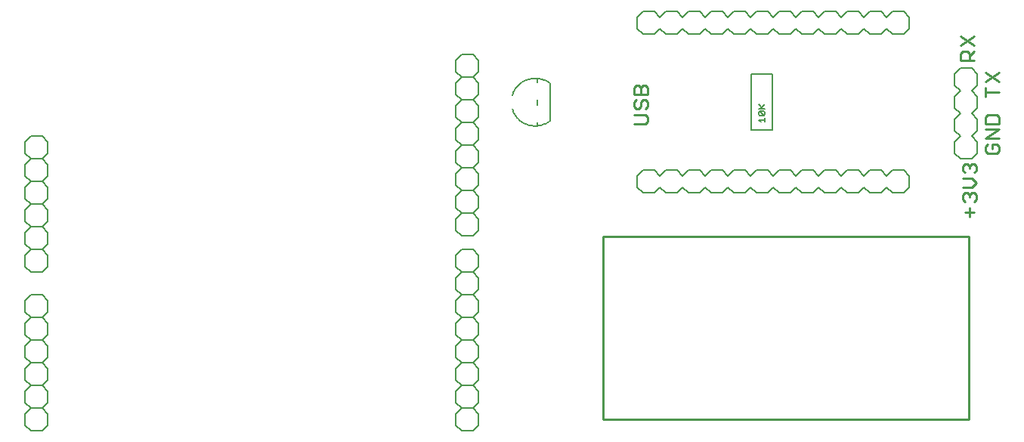
<source format=gto>
G75*
G70*
%OFA0B0*%
%FSLAX24Y24*%
%IPPOS*%
%LPD*%
%AMOC8*
5,1,8,0,0,1.08239X$1,22.5*
%
%ADD10C,0.0110*%
%ADD11C,0.0100*%
%ADD12C,0.0060*%
%ADD13C,0.0080*%
%ADD14C,0.0050*%
D10*
X028654Y015380D02*
X029147Y015380D01*
X029245Y015478D01*
X029245Y015675D01*
X029147Y015774D01*
X028654Y015774D01*
X028753Y016025D02*
X028851Y016025D01*
X028950Y016123D01*
X028950Y016320D01*
X029048Y016418D01*
X029147Y016418D01*
X029245Y016320D01*
X029245Y016123D01*
X029147Y016025D01*
X028753Y016025D02*
X028654Y016123D01*
X028654Y016320D01*
X028753Y016418D01*
X028654Y016669D02*
X028654Y016964D01*
X028753Y017063D01*
X028851Y017063D01*
X028950Y016964D01*
X028950Y016669D01*
X029245Y016669D02*
X029245Y016964D01*
X029147Y017063D01*
X029048Y017063D01*
X028950Y016964D01*
X029245Y016669D02*
X028654Y016669D01*
X043054Y018180D02*
X043054Y018475D01*
X043153Y018574D01*
X043350Y018574D01*
X043448Y018475D01*
X043448Y018180D01*
X043448Y018377D02*
X043645Y018574D01*
X043645Y018825D02*
X043054Y019218D01*
X043054Y018825D02*
X043645Y019218D01*
X043645Y018180D02*
X043054Y018180D01*
X044154Y017618D02*
X044745Y017225D01*
X044745Y017618D02*
X044154Y017225D01*
X044154Y016974D02*
X044154Y016580D01*
X044154Y016777D02*
X044745Y016777D01*
X044647Y015763D02*
X044253Y015763D01*
X044154Y015664D01*
X044154Y015369D01*
X044745Y015369D01*
X044745Y015664D01*
X044647Y015763D01*
X044745Y015118D02*
X044154Y015118D01*
X044154Y014725D02*
X044745Y015118D01*
X044745Y014725D02*
X044154Y014725D01*
X044253Y014474D02*
X044154Y014375D01*
X044154Y014178D01*
X044253Y014080D01*
X044647Y014080D01*
X044745Y014178D01*
X044745Y014375D01*
X044647Y014474D01*
X044450Y014474D01*
X044450Y014277D01*
X043745Y013509D02*
X043647Y013607D01*
X043548Y013607D01*
X043450Y013509D01*
X043450Y013410D01*
X043450Y013509D02*
X043351Y013607D01*
X043253Y013607D01*
X043154Y013509D01*
X043154Y013312D01*
X043253Y013214D01*
X043647Y013214D02*
X043745Y013312D01*
X043745Y013509D01*
X043548Y012963D02*
X043154Y012963D01*
X043154Y012569D02*
X043548Y012569D01*
X043745Y012766D01*
X043548Y012963D01*
X043548Y012318D02*
X043647Y012318D01*
X043745Y012220D01*
X043745Y012023D01*
X043647Y011925D01*
X043450Y012121D02*
X043450Y012220D01*
X043548Y012318D01*
X043450Y012220D02*
X043351Y012318D01*
X043253Y012318D01*
X043154Y012220D01*
X043154Y012023D01*
X043253Y011925D01*
X043450Y011674D02*
X043450Y011280D01*
X043253Y011477D02*
X043647Y011477D01*
D11*
X043442Y010396D02*
X043442Y002325D01*
X027300Y002325D01*
X027300Y010396D01*
X043442Y010396D01*
D12*
X002050Y001825D02*
X001800Y002075D01*
X001800Y002575D01*
X002050Y002825D01*
X001800Y003075D01*
X001800Y003575D01*
X002050Y003825D01*
X001800Y004075D01*
X001800Y004575D01*
X002050Y004825D01*
X001800Y005075D01*
X001800Y005575D01*
X002050Y005825D01*
X001800Y006075D01*
X001800Y006575D01*
X002050Y006825D01*
X001800Y007075D01*
X001800Y007575D01*
X002050Y007825D01*
X002550Y007825D01*
X002800Y007575D01*
X002800Y007075D01*
X002550Y006825D01*
X002800Y006575D01*
X002800Y006075D01*
X002550Y005825D01*
X002050Y005825D01*
X002550Y005825D02*
X002800Y005575D01*
X002800Y005075D01*
X002550Y004825D01*
X002800Y004575D01*
X002800Y004075D01*
X002550Y003825D01*
X002800Y003575D01*
X002800Y003075D01*
X002550Y002825D01*
X002800Y002575D01*
X002800Y002075D01*
X002550Y001825D01*
X002050Y001825D01*
X002050Y002825D02*
X002550Y002825D01*
X002550Y003825D02*
X002050Y003825D01*
X002050Y004825D02*
X002550Y004825D01*
X002550Y006825D02*
X002050Y006825D01*
X002050Y008825D02*
X001800Y009075D01*
X001800Y009575D01*
X002050Y009825D01*
X001800Y010075D01*
X001800Y010575D01*
X002050Y010825D01*
X001800Y011075D01*
X001800Y011575D01*
X002050Y011825D01*
X001800Y012075D01*
X001800Y012575D01*
X002050Y012825D01*
X001800Y013075D01*
X001800Y013575D01*
X002050Y013825D01*
X001800Y014075D01*
X001800Y014575D01*
X002050Y014825D01*
X002550Y014825D01*
X002800Y014575D01*
X002800Y014075D01*
X002550Y013825D01*
X002800Y013575D01*
X002800Y013075D01*
X002550Y012825D01*
X002050Y012825D01*
X002550Y012825D02*
X002800Y012575D01*
X002800Y012075D01*
X002550Y011825D01*
X002800Y011575D01*
X002800Y011075D01*
X002550Y010825D01*
X002800Y010575D01*
X002800Y010075D01*
X002550Y009825D01*
X002800Y009575D01*
X002800Y009075D01*
X002550Y008825D01*
X002050Y008825D01*
X002050Y009825D02*
X002550Y009825D01*
X002550Y010825D02*
X002050Y010825D01*
X002050Y011825D02*
X002550Y011825D01*
X002550Y013825D02*
X002050Y013825D01*
X020800Y013675D02*
X021050Y013425D01*
X021550Y013425D01*
X021800Y013675D01*
X021800Y014175D01*
X021550Y014425D01*
X021800Y014675D01*
X021800Y015175D01*
X021550Y015425D01*
X021050Y015425D01*
X020800Y015175D01*
X020800Y014675D01*
X021050Y014425D01*
X021550Y014425D01*
X021050Y014425D02*
X020800Y014175D01*
X020800Y013675D01*
X021050Y013425D02*
X020800Y013175D01*
X020800Y012675D01*
X021050Y012425D01*
X021550Y012425D01*
X021800Y012175D01*
X021800Y011675D01*
X021550Y011425D01*
X021800Y011175D01*
X021800Y010675D01*
X021550Y010425D01*
X021050Y010425D01*
X020800Y010675D01*
X020800Y011175D01*
X021050Y011425D01*
X020800Y011675D01*
X020800Y012175D01*
X021050Y012425D01*
X021550Y012425D02*
X021800Y012675D01*
X021800Y013175D01*
X021550Y013425D01*
X021550Y015425D02*
X021800Y015675D01*
X021800Y016175D01*
X021550Y016425D01*
X021800Y016675D01*
X021800Y017175D01*
X021550Y017425D01*
X021800Y017675D01*
X021800Y018175D01*
X021550Y018425D01*
X021050Y018425D01*
X020800Y018175D01*
X020800Y017675D01*
X021050Y017425D01*
X021550Y017425D01*
X021050Y017425D02*
X020800Y017175D01*
X020800Y016675D01*
X021050Y016425D01*
X021550Y016425D01*
X021050Y016425D02*
X020800Y016175D01*
X020800Y015675D01*
X021050Y015425D01*
X021050Y011425D02*
X021550Y011425D01*
X021550Y009825D02*
X021050Y009825D01*
X020800Y009575D01*
X020800Y009075D01*
X021050Y008825D01*
X021550Y008825D01*
X021800Y009075D01*
X021800Y009575D01*
X021550Y009825D01*
X021550Y008825D02*
X021800Y008575D01*
X021800Y008075D01*
X021550Y007825D01*
X021800Y007575D01*
X021800Y007075D01*
X021550Y006825D01*
X021800Y006575D01*
X021800Y006075D01*
X021550Y005825D01*
X021800Y005575D01*
X021800Y005075D01*
X021550Y004825D01*
X021800Y004575D01*
X021800Y004075D01*
X021550Y003825D01*
X021800Y003575D01*
X021800Y003075D01*
X021550Y002825D01*
X021800Y002575D01*
X021800Y002075D01*
X021550Y001825D01*
X021050Y001825D01*
X020800Y002075D01*
X020800Y002575D01*
X021050Y002825D01*
X020800Y003075D01*
X020800Y003575D01*
X021050Y003825D01*
X021550Y003825D01*
X021050Y003825D02*
X020800Y004075D01*
X020800Y004575D01*
X021050Y004825D01*
X020800Y005075D01*
X020800Y005575D01*
X021050Y005825D01*
X020800Y006075D01*
X020800Y006575D01*
X021050Y006825D01*
X021550Y006825D01*
X021050Y006825D02*
X020800Y007075D01*
X020800Y007575D01*
X021050Y007825D01*
X020800Y008075D01*
X020800Y008575D01*
X021050Y008825D01*
X021050Y007825D02*
X021550Y007825D01*
X021550Y005825D02*
X021050Y005825D01*
X021050Y004825D02*
X021550Y004825D01*
X021550Y002825D02*
X021050Y002825D01*
D13*
X029050Y012325D02*
X029550Y012325D01*
X029800Y012575D01*
X030050Y012325D01*
X030550Y012325D01*
X030800Y012575D01*
X031050Y012325D01*
X031550Y012325D01*
X031800Y012575D01*
X032050Y012325D01*
X032550Y012325D01*
X032800Y012575D01*
X033050Y012325D01*
X033550Y012325D01*
X033800Y012575D01*
X034050Y012325D01*
X034550Y012325D01*
X034800Y012575D01*
X035050Y012325D01*
X035550Y012325D01*
X035800Y012575D01*
X036050Y012325D01*
X036550Y012325D01*
X036800Y012575D01*
X037050Y012325D01*
X037550Y012325D01*
X037800Y012575D01*
X038050Y012325D01*
X038550Y012325D01*
X038800Y012575D01*
X039050Y012325D01*
X039550Y012325D01*
X039800Y012575D01*
X040050Y012325D01*
X040550Y012325D01*
X040800Y012575D01*
X040800Y013075D01*
X040550Y013325D01*
X040050Y013325D01*
X039800Y013075D01*
X039550Y013325D01*
X039050Y013325D01*
X038800Y013075D01*
X038550Y013325D01*
X038050Y013325D01*
X037800Y013075D01*
X037550Y013325D01*
X037050Y013325D01*
X036800Y013075D01*
X036550Y013325D01*
X036050Y013325D01*
X035800Y013075D01*
X035550Y013325D01*
X035050Y013325D01*
X034800Y013075D01*
X034550Y013325D01*
X034050Y013325D01*
X033800Y013075D01*
X033550Y013325D01*
X033050Y013325D01*
X032800Y013075D01*
X032550Y013325D01*
X032050Y013325D01*
X031800Y013075D01*
X031550Y013325D01*
X031050Y013325D01*
X030800Y013075D01*
X030550Y013325D01*
X030050Y013325D01*
X029800Y013075D01*
X029550Y013325D01*
X029050Y013325D01*
X028800Y013075D01*
X028800Y012575D01*
X029050Y012325D01*
X033828Y015085D02*
X033828Y017565D01*
X034772Y017565D01*
X034772Y015085D01*
X033828Y015085D01*
X034050Y019325D02*
X033800Y019575D01*
X033550Y019325D01*
X033050Y019325D01*
X032800Y019575D01*
X032550Y019325D01*
X032050Y019325D01*
X031800Y019575D01*
X031550Y019325D01*
X031050Y019325D01*
X030800Y019575D01*
X030550Y019325D01*
X030050Y019325D01*
X029800Y019575D01*
X029550Y019325D01*
X029050Y019325D01*
X028800Y019575D01*
X028800Y020075D01*
X029050Y020325D01*
X029550Y020325D01*
X029800Y020075D01*
X030050Y020325D01*
X030550Y020325D01*
X030800Y020075D01*
X031050Y020325D01*
X031550Y020325D01*
X031800Y020075D01*
X032050Y020325D01*
X032550Y020325D01*
X032800Y020075D01*
X033050Y020325D01*
X033550Y020325D01*
X033800Y020075D01*
X034050Y020325D01*
X034550Y020325D01*
X034800Y020075D01*
X035050Y020325D01*
X035550Y020325D01*
X035800Y020075D01*
X036050Y020325D01*
X036550Y020325D01*
X036800Y020075D01*
X037050Y020325D01*
X037550Y020325D01*
X037800Y020075D01*
X038050Y020325D01*
X038550Y020325D01*
X038800Y020075D01*
X039050Y020325D01*
X039550Y020325D01*
X039800Y020075D01*
X040050Y020325D01*
X040550Y020325D01*
X040800Y020075D01*
X040800Y019575D01*
X040550Y019325D01*
X040050Y019325D01*
X039800Y019575D01*
X039550Y019325D01*
X039050Y019325D01*
X038800Y019575D01*
X038550Y019325D01*
X038050Y019325D01*
X037800Y019575D01*
X037550Y019325D01*
X037050Y019325D01*
X036800Y019575D01*
X036550Y019325D01*
X036050Y019325D01*
X035800Y019575D01*
X035550Y019325D01*
X035050Y019325D01*
X034800Y019575D01*
X034550Y019325D01*
X034050Y019325D01*
X042800Y017575D02*
X042800Y017075D01*
X043050Y016825D01*
X042800Y016575D01*
X042800Y016075D01*
X043050Y015825D01*
X042800Y015575D01*
X042800Y015075D01*
X043050Y014825D01*
X042800Y014575D01*
X042800Y014075D01*
X043050Y013825D01*
X043550Y013825D01*
X043800Y014075D01*
X043800Y014575D01*
X043550Y014825D01*
X043800Y015075D01*
X043800Y015575D01*
X043550Y015825D01*
X043800Y016075D01*
X043800Y016575D01*
X043550Y016825D01*
X043800Y017075D01*
X043800Y017575D01*
X043550Y017825D01*
X043050Y017825D01*
X042800Y017575D01*
D14*
X034425Y016219D02*
X034290Y016084D01*
X034335Y016039D02*
X034155Y016219D01*
X034155Y016039D02*
X034425Y016039D01*
X034380Y015925D02*
X034425Y015880D01*
X034425Y015790D01*
X034380Y015745D01*
X034200Y015925D01*
X034380Y015925D01*
X034200Y015925D02*
X034155Y015880D01*
X034155Y015790D01*
X034200Y015745D01*
X034380Y015745D01*
X034425Y015630D02*
X034425Y015450D01*
X034425Y015540D02*
X034155Y015540D01*
X034245Y015450D01*
X024950Y015500D02*
X024950Y017150D01*
X024400Y017212D02*
X024400Y017370D01*
X024400Y016438D02*
X024400Y016212D01*
X024950Y015500D02*
X024902Y015465D01*
X024852Y015432D01*
X024800Y015401D01*
X024746Y015374D01*
X024691Y015350D01*
X024634Y015330D01*
X024577Y015312D01*
X024519Y015298D01*
X024460Y015287D01*
X024400Y015280D01*
X024400Y015438D01*
X024400Y015280D02*
X024338Y015276D01*
X024275Y015275D01*
X024213Y015279D01*
X024151Y015286D01*
X024090Y015296D01*
X024029Y015311D01*
X023969Y015329D01*
X023910Y015350D01*
X023853Y015375D01*
X023798Y015403D01*
X023744Y015434D01*
X023692Y015469D01*
X023642Y015507D01*
X023595Y015547D01*
X023550Y015591D01*
X023507Y015636D01*
X023468Y015685D01*
X023431Y015735D01*
X023398Y015788D01*
X023367Y015842D01*
X023340Y015899D01*
X023317Y015956D01*
X023297Y016015D01*
X023297Y016635D02*
X023317Y016695D01*
X023341Y016754D01*
X023369Y016811D01*
X023400Y016866D01*
X023435Y016920D01*
X023472Y016971D01*
X023513Y017020D01*
X023557Y017066D01*
X023603Y017110D01*
X023652Y017151D01*
X023703Y017189D01*
X023756Y017223D01*
X023812Y017255D01*
X023869Y017282D01*
X023928Y017307D01*
X023988Y017327D01*
X024049Y017345D01*
X024111Y017358D01*
X024174Y017367D01*
X024237Y017373D01*
X024301Y017375D01*
X024365Y017373D01*
X024428Y017367D01*
X024491Y017358D01*
X024553Y017344D01*
X024614Y017327D01*
X024674Y017306D01*
X024733Y017282D01*
X024790Y017254D01*
X024846Y017222D01*
X024899Y017187D01*
X024950Y017150D01*
M02*

</source>
